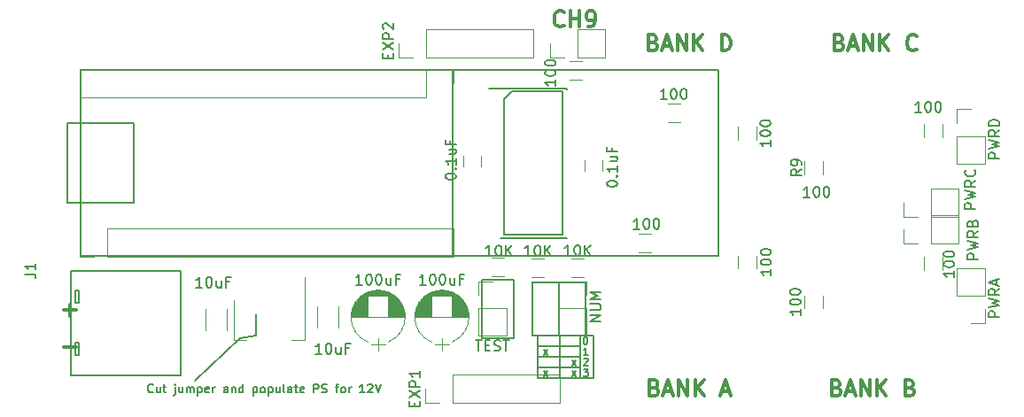
<source format=gto>
G04 #@! TF.FileFunction,Legend,Top*
%FSLAX46Y46*%
G04 Gerber Fmt 4.6, Leading zero omitted, Abs format (unit mm)*
G04 Created by KiCad (PCBNEW 4.0.6-e0-6349~53~ubuntu16.04.1) date Sat Apr 29 18:22:20 2017*
%MOMM*%
%LPD*%
G01*
G04 APERTURE LIST*
%ADD10C,0.100000*%
%ADD11C,0.200000*%
%ADD12C,0.300000*%
%ADD13C,0.175000*%
%ADD14C,0.120000*%
%ADD15C,0.150000*%
G04 APERTURE END LIST*
D10*
D11*
X69850000Y-117094000D02*
X65532000Y-121158000D01*
X71374000Y-116840000D02*
X69850000Y-117094000D01*
X71374000Y-114808000D02*
X71374000Y-116840000D01*
X61526473Y-122205714D02*
X61488378Y-122243810D01*
X61374092Y-122281905D01*
X61297902Y-122281905D01*
X61183616Y-122243810D01*
X61107425Y-122167619D01*
X61069330Y-122091429D01*
X61031235Y-121939048D01*
X61031235Y-121824762D01*
X61069330Y-121672381D01*
X61107425Y-121596190D01*
X61183616Y-121520000D01*
X61297902Y-121481905D01*
X61374092Y-121481905D01*
X61488378Y-121520000D01*
X61526473Y-121558095D01*
X62212187Y-121748571D02*
X62212187Y-122281905D01*
X61869330Y-121748571D02*
X61869330Y-122167619D01*
X61907425Y-122243810D01*
X61983616Y-122281905D01*
X62097902Y-122281905D01*
X62174092Y-122243810D01*
X62212187Y-122205714D01*
X62478854Y-121748571D02*
X62783616Y-121748571D01*
X62593140Y-121481905D02*
X62593140Y-122167619D01*
X62631235Y-122243810D01*
X62707426Y-122281905D01*
X62783616Y-122281905D01*
X63659807Y-121748571D02*
X63659807Y-122434286D01*
X63621712Y-122510476D01*
X63545521Y-122548571D01*
X63507426Y-122548571D01*
X63659807Y-121481905D02*
X63621712Y-121520000D01*
X63659807Y-121558095D01*
X63697902Y-121520000D01*
X63659807Y-121481905D01*
X63659807Y-121558095D01*
X64383616Y-121748571D02*
X64383616Y-122281905D01*
X64040759Y-121748571D02*
X64040759Y-122167619D01*
X64078854Y-122243810D01*
X64155045Y-122281905D01*
X64269331Y-122281905D01*
X64345521Y-122243810D01*
X64383616Y-122205714D01*
X64764569Y-122281905D02*
X64764569Y-121748571D01*
X64764569Y-121824762D02*
X64802664Y-121786667D01*
X64878855Y-121748571D01*
X64993141Y-121748571D01*
X65069331Y-121786667D01*
X65107426Y-121862857D01*
X65107426Y-122281905D01*
X65107426Y-121862857D02*
X65145522Y-121786667D01*
X65221712Y-121748571D01*
X65335998Y-121748571D01*
X65412188Y-121786667D01*
X65450283Y-121862857D01*
X65450283Y-122281905D01*
X65831236Y-121748571D02*
X65831236Y-122548571D01*
X65831236Y-121786667D02*
X65907427Y-121748571D01*
X66059808Y-121748571D01*
X66135998Y-121786667D01*
X66174093Y-121824762D01*
X66212189Y-121900952D01*
X66212189Y-122129524D01*
X66174093Y-122205714D01*
X66135998Y-122243810D01*
X66059808Y-122281905D01*
X65907427Y-122281905D01*
X65831236Y-122243810D01*
X66859808Y-122243810D02*
X66783618Y-122281905D01*
X66631237Y-122281905D01*
X66555046Y-122243810D01*
X66516951Y-122167619D01*
X66516951Y-121862857D01*
X66555046Y-121786667D01*
X66631237Y-121748571D01*
X66783618Y-121748571D01*
X66859808Y-121786667D01*
X66897903Y-121862857D01*
X66897903Y-121939048D01*
X66516951Y-122015238D01*
X67240760Y-122281905D02*
X67240760Y-121748571D01*
X67240760Y-121900952D02*
X67278855Y-121824762D01*
X67316951Y-121786667D01*
X67393141Y-121748571D01*
X67469332Y-121748571D01*
X68688379Y-122281905D02*
X68688379Y-121862857D01*
X68650284Y-121786667D01*
X68574094Y-121748571D01*
X68421713Y-121748571D01*
X68345522Y-121786667D01*
X68688379Y-122243810D02*
X68612189Y-122281905D01*
X68421713Y-122281905D01*
X68345522Y-122243810D01*
X68307427Y-122167619D01*
X68307427Y-122091429D01*
X68345522Y-122015238D01*
X68421713Y-121977143D01*
X68612189Y-121977143D01*
X68688379Y-121939048D01*
X69069332Y-121748571D02*
X69069332Y-122281905D01*
X69069332Y-121824762D02*
X69107427Y-121786667D01*
X69183618Y-121748571D01*
X69297904Y-121748571D01*
X69374094Y-121786667D01*
X69412189Y-121862857D01*
X69412189Y-122281905D01*
X70135999Y-122281905D02*
X70135999Y-121481905D01*
X70135999Y-122243810D02*
X70059809Y-122281905D01*
X69907428Y-122281905D01*
X69831237Y-122243810D01*
X69793142Y-122205714D01*
X69755047Y-122129524D01*
X69755047Y-121900952D01*
X69793142Y-121824762D01*
X69831237Y-121786667D01*
X69907428Y-121748571D01*
X70059809Y-121748571D01*
X70135999Y-121786667D01*
X71126476Y-121748571D02*
X71126476Y-122548571D01*
X71126476Y-121786667D02*
X71202667Y-121748571D01*
X71355048Y-121748571D01*
X71431238Y-121786667D01*
X71469333Y-121824762D01*
X71507429Y-121900952D01*
X71507429Y-122129524D01*
X71469333Y-122205714D01*
X71431238Y-122243810D01*
X71355048Y-122281905D01*
X71202667Y-122281905D01*
X71126476Y-122243810D01*
X71964572Y-122281905D02*
X71888381Y-122243810D01*
X71850286Y-122205714D01*
X71812191Y-122129524D01*
X71812191Y-121900952D01*
X71850286Y-121824762D01*
X71888381Y-121786667D01*
X71964572Y-121748571D01*
X72078858Y-121748571D01*
X72155048Y-121786667D01*
X72193143Y-121824762D01*
X72231239Y-121900952D01*
X72231239Y-122129524D01*
X72193143Y-122205714D01*
X72155048Y-122243810D01*
X72078858Y-122281905D01*
X71964572Y-122281905D01*
X72574096Y-121748571D02*
X72574096Y-122548571D01*
X72574096Y-121786667D02*
X72650287Y-121748571D01*
X72802668Y-121748571D01*
X72878858Y-121786667D01*
X72916953Y-121824762D01*
X72955049Y-121900952D01*
X72955049Y-122129524D01*
X72916953Y-122205714D01*
X72878858Y-122243810D01*
X72802668Y-122281905D01*
X72650287Y-122281905D01*
X72574096Y-122243810D01*
X73640763Y-121748571D02*
X73640763Y-122281905D01*
X73297906Y-121748571D02*
X73297906Y-122167619D01*
X73336001Y-122243810D01*
X73412192Y-122281905D01*
X73526478Y-122281905D01*
X73602668Y-122243810D01*
X73640763Y-122205714D01*
X74136002Y-122281905D02*
X74059811Y-122243810D01*
X74021716Y-122167619D01*
X74021716Y-121481905D01*
X74783621Y-122281905D02*
X74783621Y-121862857D01*
X74745526Y-121786667D01*
X74669336Y-121748571D01*
X74516955Y-121748571D01*
X74440764Y-121786667D01*
X74783621Y-122243810D02*
X74707431Y-122281905D01*
X74516955Y-122281905D01*
X74440764Y-122243810D01*
X74402669Y-122167619D01*
X74402669Y-122091429D01*
X74440764Y-122015238D01*
X74516955Y-121977143D01*
X74707431Y-121977143D01*
X74783621Y-121939048D01*
X75050288Y-121748571D02*
X75355050Y-121748571D01*
X75164574Y-121481905D02*
X75164574Y-122167619D01*
X75202669Y-122243810D01*
X75278860Y-122281905D01*
X75355050Y-122281905D01*
X75926479Y-122243810D02*
X75850289Y-122281905D01*
X75697908Y-122281905D01*
X75621717Y-122243810D01*
X75583622Y-122167619D01*
X75583622Y-121862857D01*
X75621717Y-121786667D01*
X75697908Y-121748571D01*
X75850289Y-121748571D01*
X75926479Y-121786667D01*
X75964574Y-121862857D01*
X75964574Y-121939048D01*
X75583622Y-122015238D01*
X76916955Y-122281905D02*
X76916955Y-121481905D01*
X77221717Y-121481905D01*
X77297908Y-121520000D01*
X77336003Y-121558095D01*
X77374098Y-121634286D01*
X77374098Y-121748571D01*
X77336003Y-121824762D01*
X77297908Y-121862857D01*
X77221717Y-121900952D01*
X76916955Y-121900952D01*
X77678860Y-122243810D02*
X77793146Y-122281905D01*
X77983622Y-122281905D01*
X78059812Y-122243810D01*
X78097908Y-122205714D01*
X78136003Y-122129524D01*
X78136003Y-122053333D01*
X78097908Y-121977143D01*
X78059812Y-121939048D01*
X77983622Y-121900952D01*
X77831241Y-121862857D01*
X77755050Y-121824762D01*
X77716955Y-121786667D01*
X77678860Y-121710476D01*
X77678860Y-121634286D01*
X77716955Y-121558095D01*
X77755050Y-121520000D01*
X77831241Y-121481905D01*
X78021717Y-121481905D01*
X78136003Y-121520000D01*
X78974098Y-121748571D02*
X79278860Y-121748571D01*
X79088384Y-122281905D02*
X79088384Y-121596190D01*
X79126479Y-121520000D01*
X79202670Y-121481905D01*
X79278860Y-121481905D01*
X79659813Y-122281905D02*
X79583622Y-122243810D01*
X79545527Y-122205714D01*
X79507432Y-122129524D01*
X79507432Y-121900952D01*
X79545527Y-121824762D01*
X79583622Y-121786667D01*
X79659813Y-121748571D01*
X79774099Y-121748571D01*
X79850289Y-121786667D01*
X79888384Y-121824762D01*
X79926480Y-121900952D01*
X79926480Y-122129524D01*
X79888384Y-122205714D01*
X79850289Y-122243810D01*
X79774099Y-122281905D01*
X79659813Y-122281905D01*
X80269337Y-122281905D02*
X80269337Y-121748571D01*
X80269337Y-121900952D02*
X80307432Y-121824762D01*
X80345528Y-121786667D01*
X80421718Y-121748571D01*
X80497909Y-121748571D01*
X81793147Y-122281905D02*
X81336004Y-122281905D01*
X81564575Y-122281905D02*
X81564575Y-121481905D01*
X81488385Y-121596190D01*
X81412194Y-121672381D01*
X81336004Y-121710476D01*
X82097909Y-121558095D02*
X82136004Y-121520000D01*
X82212195Y-121481905D01*
X82402671Y-121481905D01*
X82478861Y-121520000D01*
X82516957Y-121558095D01*
X82555052Y-121634286D01*
X82555052Y-121710476D01*
X82516957Y-121824762D01*
X82059814Y-122281905D01*
X82555052Y-122281905D01*
X82783623Y-121481905D02*
X83050290Y-122281905D01*
X83316957Y-121481905D01*
D12*
X53022572Y-117963143D02*
X54165429Y-117963143D01*
X53022572Y-114407143D02*
X54165429Y-114407143D01*
X53594000Y-114978571D02*
X53594000Y-113835714D01*
D11*
X100457000Y-116840000D02*
X100457000Y-120904000D01*
X98298000Y-119888000D02*
X102362000Y-119888000D01*
X98298000Y-118872000D02*
X102362000Y-118872000D01*
X98298000Y-117856000D02*
X102362000Y-117856000D01*
X102362000Y-116840000D02*
X102362000Y-120904000D01*
X103632000Y-116840000D02*
X102870000Y-116840000D01*
X103632000Y-120904000D02*
X103632000Y-116840000D01*
X98298000Y-120904000D02*
X103632000Y-120904000D01*
X98298000Y-116840000D02*
X98298000Y-120904000D01*
D13*
X98906000Y-120712667D02*
X99272667Y-120246000D01*
X98906000Y-120246000D02*
X99272667Y-120712667D01*
X101605999Y-120712667D02*
X101972666Y-120246000D01*
X101605999Y-120246000D02*
X101972666Y-120712667D01*
X102705999Y-120012667D02*
X103139332Y-120012667D01*
X102905999Y-120279333D01*
X103005999Y-120279333D01*
X103072666Y-120312667D01*
X103105999Y-120346000D01*
X103139332Y-120412667D01*
X103139332Y-120579333D01*
X103105999Y-120646000D01*
X103072666Y-120679333D01*
X103005999Y-120712667D01*
X102805999Y-120712667D01*
X102739332Y-120679333D01*
X102705999Y-120646000D01*
X101572665Y-119696667D02*
X101939332Y-119230000D01*
X101572665Y-119230000D02*
X101939332Y-119696667D01*
X102705998Y-119063333D02*
X102739332Y-119030000D01*
X102805998Y-118996667D01*
X102972665Y-118996667D01*
X103039332Y-119030000D01*
X103072665Y-119063333D01*
X103105998Y-119130000D01*
X103105998Y-119196667D01*
X103072665Y-119296667D01*
X102672665Y-119696667D01*
X103105998Y-119696667D01*
X98906000Y-118680667D02*
X99272667Y-118214000D01*
X98906000Y-118214000D02*
X99272667Y-118680667D01*
X103105998Y-118680667D02*
X102705998Y-118680667D01*
X102905998Y-118680667D02*
X102905998Y-117980667D01*
X102839332Y-118080667D01*
X102772665Y-118147333D01*
X102705998Y-118180667D01*
X102839331Y-116964667D02*
X102905998Y-116964667D01*
X102972664Y-116998000D01*
X103005998Y-117031333D01*
X103039331Y-117098000D01*
X103072664Y-117231333D01*
X103072664Y-117398000D01*
X103039331Y-117531333D01*
X103005998Y-117598000D01*
X102972664Y-117631333D01*
X102905998Y-117664667D01*
X102839331Y-117664667D01*
X102772664Y-117631333D01*
X102739331Y-117598000D01*
X102705998Y-117531333D01*
X102672664Y-117398000D01*
X102672664Y-117231333D01*
X102705998Y-117098000D01*
X102739331Y-117031333D01*
X102772664Y-116998000D01*
X102839331Y-116964667D01*
D11*
X102870000Y-116840000D02*
X100330000Y-116840000D01*
X102870000Y-111760000D02*
X102870000Y-116840000D01*
X100330000Y-111760000D02*
X102870000Y-111760000D01*
X100330000Y-111760000D02*
X100330000Y-114046000D01*
X97790000Y-111760000D02*
X100330000Y-111760000D01*
X97790000Y-116840000D02*
X97790000Y-111760000D01*
X100330000Y-116840000D02*
X97790000Y-116840000D01*
X100330000Y-114046000D02*
X100330000Y-116840000D01*
X92964000Y-117094000D02*
X92964000Y-111506000D01*
X96012000Y-117094000D02*
X92964000Y-117094000D01*
X96012000Y-111506000D02*
X96012000Y-117094000D01*
X92964000Y-111506000D02*
X96012000Y-111506000D01*
D12*
X109490286Y-121812857D02*
X109704572Y-121884286D01*
X109776000Y-121955714D01*
X109847429Y-122098571D01*
X109847429Y-122312857D01*
X109776000Y-122455714D01*
X109704572Y-122527143D01*
X109561714Y-122598571D01*
X108990286Y-122598571D01*
X108990286Y-121098571D01*
X109490286Y-121098571D01*
X109633143Y-121170000D01*
X109704572Y-121241429D01*
X109776000Y-121384286D01*
X109776000Y-121527143D01*
X109704572Y-121670000D01*
X109633143Y-121741429D01*
X109490286Y-121812857D01*
X108990286Y-121812857D01*
X110418857Y-122170000D02*
X111133143Y-122170000D01*
X110276000Y-122598571D02*
X110776000Y-121098571D01*
X111276000Y-122598571D01*
X111776000Y-122598571D02*
X111776000Y-121098571D01*
X112633143Y-122598571D01*
X112633143Y-121098571D01*
X113347429Y-122598571D02*
X113347429Y-121098571D01*
X114204572Y-122598571D02*
X113561715Y-121741429D01*
X114204572Y-121098571D02*
X113347429Y-121955714D01*
X115918857Y-122170000D02*
X116633143Y-122170000D01*
X115776000Y-122598571D02*
X116276000Y-121098571D01*
X116776000Y-122598571D01*
X126909143Y-121812857D02*
X127123429Y-121884286D01*
X127194857Y-121955714D01*
X127266286Y-122098571D01*
X127266286Y-122312857D01*
X127194857Y-122455714D01*
X127123429Y-122527143D01*
X126980571Y-122598571D01*
X126409143Y-122598571D01*
X126409143Y-121098571D01*
X126909143Y-121098571D01*
X127052000Y-121170000D01*
X127123429Y-121241429D01*
X127194857Y-121384286D01*
X127194857Y-121527143D01*
X127123429Y-121670000D01*
X127052000Y-121741429D01*
X126909143Y-121812857D01*
X126409143Y-121812857D01*
X127837714Y-122170000D02*
X128552000Y-122170000D01*
X127694857Y-122598571D02*
X128194857Y-121098571D01*
X128694857Y-122598571D01*
X129194857Y-122598571D02*
X129194857Y-121098571D01*
X130052000Y-122598571D01*
X130052000Y-121098571D01*
X130766286Y-122598571D02*
X130766286Y-121098571D01*
X131623429Y-122598571D02*
X130980572Y-121741429D01*
X131623429Y-121098571D02*
X130766286Y-121955714D01*
X133909143Y-121812857D02*
X134123429Y-121884286D01*
X134194857Y-121955714D01*
X134266286Y-122098571D01*
X134266286Y-122312857D01*
X134194857Y-122455714D01*
X134123429Y-122527143D01*
X133980571Y-122598571D01*
X133409143Y-122598571D01*
X133409143Y-121098571D01*
X133909143Y-121098571D01*
X134052000Y-121170000D01*
X134123429Y-121241429D01*
X134194857Y-121384286D01*
X134194857Y-121527143D01*
X134123429Y-121670000D01*
X134052000Y-121741429D01*
X133909143Y-121812857D01*
X133409143Y-121812857D01*
X127163143Y-88792857D02*
X127377429Y-88864286D01*
X127448857Y-88935714D01*
X127520286Y-89078571D01*
X127520286Y-89292857D01*
X127448857Y-89435714D01*
X127377429Y-89507143D01*
X127234571Y-89578571D01*
X126663143Y-89578571D01*
X126663143Y-88078571D01*
X127163143Y-88078571D01*
X127306000Y-88150000D01*
X127377429Y-88221429D01*
X127448857Y-88364286D01*
X127448857Y-88507143D01*
X127377429Y-88650000D01*
X127306000Y-88721429D01*
X127163143Y-88792857D01*
X126663143Y-88792857D01*
X128091714Y-89150000D02*
X128806000Y-89150000D01*
X127948857Y-89578571D02*
X128448857Y-88078571D01*
X128948857Y-89578571D01*
X129448857Y-89578571D02*
X129448857Y-88078571D01*
X130306000Y-89578571D01*
X130306000Y-88078571D01*
X131020286Y-89578571D02*
X131020286Y-88078571D01*
X131877429Y-89578571D02*
X131234572Y-88721429D01*
X131877429Y-88078571D02*
X131020286Y-88935714D01*
X134520286Y-89435714D02*
X134448857Y-89507143D01*
X134234571Y-89578571D01*
X134091714Y-89578571D01*
X133877429Y-89507143D01*
X133734571Y-89364286D01*
X133663143Y-89221429D01*
X133591714Y-88935714D01*
X133591714Y-88721429D01*
X133663143Y-88435714D01*
X133734571Y-88292857D01*
X133877429Y-88150000D01*
X134091714Y-88078571D01*
X134234571Y-88078571D01*
X134448857Y-88150000D01*
X134520286Y-88221429D01*
X109383143Y-88792857D02*
X109597429Y-88864286D01*
X109668857Y-88935714D01*
X109740286Y-89078571D01*
X109740286Y-89292857D01*
X109668857Y-89435714D01*
X109597429Y-89507143D01*
X109454571Y-89578571D01*
X108883143Y-89578571D01*
X108883143Y-88078571D01*
X109383143Y-88078571D01*
X109526000Y-88150000D01*
X109597429Y-88221429D01*
X109668857Y-88364286D01*
X109668857Y-88507143D01*
X109597429Y-88650000D01*
X109526000Y-88721429D01*
X109383143Y-88792857D01*
X108883143Y-88792857D01*
X110311714Y-89150000D02*
X111026000Y-89150000D01*
X110168857Y-89578571D02*
X110668857Y-88078571D01*
X111168857Y-89578571D01*
X111668857Y-89578571D02*
X111668857Y-88078571D01*
X112526000Y-89578571D01*
X112526000Y-88078571D01*
X113240286Y-89578571D02*
X113240286Y-88078571D01*
X114097429Y-89578571D02*
X113454572Y-88721429D01*
X114097429Y-88078571D02*
X113240286Y-88935714D01*
X115883143Y-89578571D02*
X115883143Y-88078571D01*
X116240286Y-88078571D01*
X116454571Y-88150000D01*
X116597429Y-88292857D01*
X116668857Y-88435714D01*
X116740286Y-88721429D01*
X116740286Y-88935714D01*
X116668857Y-89221429D01*
X116597429Y-89364286D01*
X116454571Y-89507143D01*
X116240286Y-89578571D01*
X115883143Y-89578571D01*
X100818286Y-87149714D02*
X100746857Y-87221143D01*
X100532571Y-87292571D01*
X100389714Y-87292571D01*
X100175429Y-87221143D01*
X100032571Y-87078286D01*
X99961143Y-86935429D01*
X99889714Y-86649714D01*
X99889714Y-86435429D01*
X99961143Y-86149714D01*
X100032571Y-86006857D01*
X100175429Y-85864000D01*
X100389714Y-85792571D01*
X100532571Y-85792571D01*
X100746857Y-85864000D01*
X100818286Y-85935429D01*
X101461143Y-87292571D02*
X101461143Y-85792571D01*
X101461143Y-86506857D02*
X102318286Y-86506857D01*
X102318286Y-87292571D02*
X102318286Y-85792571D01*
X103104000Y-87292571D02*
X103389715Y-87292571D01*
X103532572Y-87221143D01*
X103604000Y-87149714D01*
X103746858Y-86935429D01*
X103818286Y-86649714D01*
X103818286Y-86078286D01*
X103746858Y-85935429D01*
X103675429Y-85864000D01*
X103532572Y-85792571D01*
X103246858Y-85792571D01*
X103104000Y-85864000D01*
X103032572Y-85935429D01*
X102961143Y-86078286D01*
X102961143Y-86435429D01*
X103032572Y-86578286D01*
X103104000Y-86649714D01*
X103246858Y-86721143D01*
X103532572Y-86721143D01*
X103675429Y-86649714D01*
X103746858Y-86578286D01*
X103818286Y-86435429D01*
D11*
X100711000Y-107213400D02*
X100711000Y-93497400D01*
X95123000Y-107213400D02*
X100711000Y-107213400D01*
X95123000Y-94259400D02*
X95123000Y-107213400D01*
X95885000Y-93497400D02*
X95123000Y-94259400D01*
X100711000Y-93497400D02*
X95885000Y-93497400D01*
X115570000Y-109220000D02*
X90170000Y-109220000D01*
X115570000Y-91440000D02*
X115570000Y-109220000D01*
X90170000Y-91440000D02*
X115570000Y-91440000D01*
X90170000Y-91440000D02*
X54610000Y-91440000D01*
X90170000Y-109220000D02*
X90170000Y-91440000D01*
X54610000Y-109220000D02*
X90170000Y-109220000D01*
X54610000Y-91440000D02*
X54610000Y-109220000D01*
X53340000Y-104140000D02*
X53340000Y-96520000D01*
X59690000Y-104140000D02*
X53340000Y-104140000D01*
X59690000Y-96520000D02*
X59690000Y-104140000D01*
X53340000Y-96520000D02*
X59690000Y-96520000D01*
D14*
X88172600Y-112649137D02*
G75*
G03X88174000Y-117443436I981400J-2396863D01*
G01*
X90135400Y-112649137D02*
G75*
G02X90134000Y-117443436I-981400J-2396863D01*
G01*
X90135400Y-112649137D02*
G75*
G03X88174000Y-112648564I-981400J-2396863D01*
G01*
X86604000Y-115046000D02*
X91704000Y-115046000D01*
X86604000Y-115006000D02*
X88174000Y-115006000D01*
X90134000Y-115006000D02*
X91704000Y-115006000D01*
X86605000Y-114966000D02*
X88174000Y-114966000D01*
X90134000Y-114966000D02*
X91703000Y-114966000D01*
X86606000Y-114926000D02*
X88174000Y-114926000D01*
X90134000Y-114926000D02*
X91702000Y-114926000D01*
X86608000Y-114886000D02*
X88174000Y-114886000D01*
X90134000Y-114886000D02*
X91700000Y-114886000D01*
X86611000Y-114846000D02*
X88174000Y-114846000D01*
X90134000Y-114846000D02*
X91697000Y-114846000D01*
X86615000Y-114806000D02*
X88174000Y-114806000D01*
X90134000Y-114806000D02*
X91693000Y-114806000D01*
X86619000Y-114766000D02*
X88174000Y-114766000D01*
X90134000Y-114766000D02*
X91689000Y-114766000D01*
X86623000Y-114726000D02*
X88174000Y-114726000D01*
X90134000Y-114726000D02*
X91685000Y-114726000D01*
X86629000Y-114686000D02*
X88174000Y-114686000D01*
X90134000Y-114686000D02*
X91679000Y-114686000D01*
X86635000Y-114646000D02*
X88174000Y-114646000D01*
X90134000Y-114646000D02*
X91673000Y-114646000D01*
X86641000Y-114606000D02*
X88174000Y-114606000D01*
X90134000Y-114606000D02*
X91667000Y-114606000D01*
X86648000Y-114566000D02*
X88174000Y-114566000D01*
X90134000Y-114566000D02*
X91660000Y-114566000D01*
X86656000Y-114526000D02*
X88174000Y-114526000D01*
X90134000Y-114526000D02*
X91652000Y-114526000D01*
X86665000Y-114486000D02*
X88174000Y-114486000D01*
X90134000Y-114486000D02*
X91643000Y-114486000D01*
X86674000Y-114446000D02*
X88174000Y-114446000D01*
X90134000Y-114446000D02*
X91634000Y-114446000D01*
X86684000Y-114406000D02*
X88174000Y-114406000D01*
X90134000Y-114406000D02*
X91624000Y-114406000D01*
X86694000Y-114366000D02*
X88174000Y-114366000D01*
X90134000Y-114366000D02*
X91614000Y-114366000D01*
X86706000Y-114325000D02*
X88174000Y-114325000D01*
X90134000Y-114325000D02*
X91602000Y-114325000D01*
X86718000Y-114285000D02*
X88174000Y-114285000D01*
X90134000Y-114285000D02*
X91590000Y-114285000D01*
X86730000Y-114245000D02*
X88174000Y-114245000D01*
X90134000Y-114245000D02*
X91578000Y-114245000D01*
X86744000Y-114205000D02*
X88174000Y-114205000D01*
X90134000Y-114205000D02*
X91564000Y-114205000D01*
X86758000Y-114165000D02*
X88174000Y-114165000D01*
X90134000Y-114165000D02*
X91550000Y-114165000D01*
X86772000Y-114125000D02*
X88174000Y-114125000D01*
X90134000Y-114125000D02*
X91536000Y-114125000D01*
X86788000Y-114085000D02*
X88174000Y-114085000D01*
X90134000Y-114085000D02*
X91520000Y-114085000D01*
X86804000Y-114045000D02*
X88174000Y-114045000D01*
X90134000Y-114045000D02*
X91504000Y-114045000D01*
X86821000Y-114005000D02*
X88174000Y-114005000D01*
X90134000Y-114005000D02*
X91487000Y-114005000D01*
X86839000Y-113965000D02*
X88174000Y-113965000D01*
X90134000Y-113965000D02*
X91469000Y-113965000D01*
X86858000Y-113925000D02*
X88174000Y-113925000D01*
X90134000Y-113925000D02*
X91450000Y-113925000D01*
X86878000Y-113885000D02*
X88174000Y-113885000D01*
X90134000Y-113885000D02*
X91430000Y-113885000D01*
X86898000Y-113845000D02*
X88174000Y-113845000D01*
X90134000Y-113845000D02*
X91410000Y-113845000D01*
X86920000Y-113805000D02*
X88174000Y-113805000D01*
X90134000Y-113805000D02*
X91388000Y-113805000D01*
X86942000Y-113765000D02*
X88174000Y-113765000D01*
X90134000Y-113765000D02*
X91366000Y-113765000D01*
X86965000Y-113725000D02*
X88174000Y-113725000D01*
X90134000Y-113725000D02*
X91343000Y-113725000D01*
X86989000Y-113685000D02*
X88174000Y-113685000D01*
X90134000Y-113685000D02*
X91319000Y-113685000D01*
X87014000Y-113645000D02*
X88174000Y-113645000D01*
X90134000Y-113645000D02*
X91294000Y-113645000D01*
X87041000Y-113605000D02*
X88174000Y-113605000D01*
X90134000Y-113605000D02*
X91267000Y-113605000D01*
X87068000Y-113565000D02*
X88174000Y-113565000D01*
X90134000Y-113565000D02*
X91240000Y-113565000D01*
X87096000Y-113525000D02*
X88174000Y-113525000D01*
X90134000Y-113525000D02*
X91212000Y-113525000D01*
X87126000Y-113485000D02*
X88174000Y-113485000D01*
X90134000Y-113485000D02*
X91182000Y-113485000D01*
X87157000Y-113445000D02*
X88174000Y-113445000D01*
X90134000Y-113445000D02*
X91151000Y-113445000D01*
X87189000Y-113405000D02*
X88174000Y-113405000D01*
X90134000Y-113405000D02*
X91119000Y-113405000D01*
X87222000Y-113365000D02*
X88174000Y-113365000D01*
X90134000Y-113365000D02*
X91086000Y-113365000D01*
X87257000Y-113325000D02*
X88174000Y-113325000D01*
X90134000Y-113325000D02*
X91051000Y-113325000D01*
X87293000Y-113285000D02*
X88174000Y-113285000D01*
X90134000Y-113285000D02*
X91015000Y-113285000D01*
X87331000Y-113245000D02*
X88174000Y-113245000D01*
X90134000Y-113245000D02*
X90977000Y-113245000D01*
X87371000Y-113205000D02*
X88174000Y-113205000D01*
X90134000Y-113205000D02*
X90937000Y-113205000D01*
X87412000Y-113165000D02*
X88174000Y-113165000D01*
X90134000Y-113165000D02*
X90896000Y-113165000D01*
X87455000Y-113125000D02*
X88174000Y-113125000D01*
X90134000Y-113125000D02*
X90853000Y-113125000D01*
X87500000Y-113085000D02*
X88174000Y-113085000D01*
X90134000Y-113085000D02*
X90808000Y-113085000D01*
X87548000Y-113045000D02*
X90760000Y-113045000D01*
X87598000Y-113005000D02*
X90710000Y-113005000D01*
X87650000Y-112965000D02*
X90658000Y-112965000D01*
X87706000Y-112925000D02*
X90602000Y-112925000D01*
X87764000Y-112885000D02*
X90544000Y-112885000D01*
X87827000Y-112845000D02*
X90481000Y-112845000D01*
X87893000Y-112805000D02*
X90415000Y-112805000D01*
X87965000Y-112765000D02*
X90343000Y-112765000D01*
X88042000Y-112725000D02*
X90266000Y-112725000D01*
X88126000Y-112685000D02*
X90182000Y-112685000D01*
X88220000Y-112645000D02*
X90088000Y-112645000D01*
X88325000Y-112605000D02*
X89983000Y-112605000D01*
X88447000Y-112565000D02*
X89861000Y-112565000D01*
X88595000Y-112525000D02*
X89713000Y-112525000D01*
X88800000Y-112485000D02*
X89508000Y-112485000D01*
X89154000Y-118246000D02*
X89154000Y-117046000D01*
X88504000Y-117646000D02*
X89804000Y-117646000D01*
X90170000Y-123250000D02*
X100390000Y-123250000D01*
X100390000Y-123250000D02*
X100390000Y-120590000D01*
X100390000Y-120590000D02*
X90170000Y-120590000D01*
X90170000Y-120590000D02*
X90170000Y-123250000D01*
X88900000Y-123250000D02*
X87570000Y-123250000D01*
X87570000Y-123250000D02*
X87570000Y-121920000D01*
X57150000Y-109280000D02*
X90230000Y-109280000D01*
X90230000Y-109280000D02*
X90230000Y-106620000D01*
X90230000Y-106620000D02*
X57150000Y-106620000D01*
X57150000Y-106620000D02*
X57150000Y-109280000D01*
X55880000Y-109280000D02*
X54550000Y-109280000D01*
X54550000Y-109280000D02*
X54550000Y-107950000D01*
X87630000Y-90230000D02*
X97850000Y-90230000D01*
X97850000Y-90230000D02*
X97850000Y-87570000D01*
X97850000Y-87570000D02*
X87630000Y-87570000D01*
X87630000Y-87570000D02*
X87630000Y-90230000D01*
X86360000Y-90230000D02*
X85030000Y-90230000D01*
X85030000Y-90230000D02*
X85030000Y-88900000D01*
X68584000Y-116316000D02*
X68584000Y-114316000D01*
X66544000Y-114316000D02*
X66544000Y-116316000D01*
X77212000Y-114062000D02*
X77212000Y-116062000D01*
X79252000Y-116062000D02*
X79252000Y-114062000D01*
X82076600Y-112649137D02*
G75*
G03X82078000Y-117443436I981400J-2396863D01*
G01*
X84039400Y-112649137D02*
G75*
G02X84038000Y-117443436I-981400J-2396863D01*
G01*
X84039400Y-112649137D02*
G75*
G03X82078000Y-112648564I-981400J-2396863D01*
G01*
X80508000Y-115046000D02*
X85608000Y-115046000D01*
X80508000Y-115006000D02*
X82078000Y-115006000D01*
X84038000Y-115006000D02*
X85608000Y-115006000D01*
X80509000Y-114966000D02*
X82078000Y-114966000D01*
X84038000Y-114966000D02*
X85607000Y-114966000D01*
X80510000Y-114926000D02*
X82078000Y-114926000D01*
X84038000Y-114926000D02*
X85606000Y-114926000D01*
X80512000Y-114886000D02*
X82078000Y-114886000D01*
X84038000Y-114886000D02*
X85604000Y-114886000D01*
X80515000Y-114846000D02*
X82078000Y-114846000D01*
X84038000Y-114846000D02*
X85601000Y-114846000D01*
X80519000Y-114806000D02*
X82078000Y-114806000D01*
X84038000Y-114806000D02*
X85597000Y-114806000D01*
X80523000Y-114766000D02*
X82078000Y-114766000D01*
X84038000Y-114766000D02*
X85593000Y-114766000D01*
X80527000Y-114726000D02*
X82078000Y-114726000D01*
X84038000Y-114726000D02*
X85589000Y-114726000D01*
X80533000Y-114686000D02*
X82078000Y-114686000D01*
X84038000Y-114686000D02*
X85583000Y-114686000D01*
X80539000Y-114646000D02*
X82078000Y-114646000D01*
X84038000Y-114646000D02*
X85577000Y-114646000D01*
X80545000Y-114606000D02*
X82078000Y-114606000D01*
X84038000Y-114606000D02*
X85571000Y-114606000D01*
X80552000Y-114566000D02*
X82078000Y-114566000D01*
X84038000Y-114566000D02*
X85564000Y-114566000D01*
X80560000Y-114526000D02*
X82078000Y-114526000D01*
X84038000Y-114526000D02*
X85556000Y-114526000D01*
X80569000Y-114486000D02*
X82078000Y-114486000D01*
X84038000Y-114486000D02*
X85547000Y-114486000D01*
X80578000Y-114446000D02*
X82078000Y-114446000D01*
X84038000Y-114446000D02*
X85538000Y-114446000D01*
X80588000Y-114406000D02*
X82078000Y-114406000D01*
X84038000Y-114406000D02*
X85528000Y-114406000D01*
X80598000Y-114366000D02*
X82078000Y-114366000D01*
X84038000Y-114366000D02*
X85518000Y-114366000D01*
X80610000Y-114325000D02*
X82078000Y-114325000D01*
X84038000Y-114325000D02*
X85506000Y-114325000D01*
X80622000Y-114285000D02*
X82078000Y-114285000D01*
X84038000Y-114285000D02*
X85494000Y-114285000D01*
X80634000Y-114245000D02*
X82078000Y-114245000D01*
X84038000Y-114245000D02*
X85482000Y-114245000D01*
X80648000Y-114205000D02*
X82078000Y-114205000D01*
X84038000Y-114205000D02*
X85468000Y-114205000D01*
X80662000Y-114165000D02*
X82078000Y-114165000D01*
X84038000Y-114165000D02*
X85454000Y-114165000D01*
X80676000Y-114125000D02*
X82078000Y-114125000D01*
X84038000Y-114125000D02*
X85440000Y-114125000D01*
X80692000Y-114085000D02*
X82078000Y-114085000D01*
X84038000Y-114085000D02*
X85424000Y-114085000D01*
X80708000Y-114045000D02*
X82078000Y-114045000D01*
X84038000Y-114045000D02*
X85408000Y-114045000D01*
X80725000Y-114005000D02*
X82078000Y-114005000D01*
X84038000Y-114005000D02*
X85391000Y-114005000D01*
X80743000Y-113965000D02*
X82078000Y-113965000D01*
X84038000Y-113965000D02*
X85373000Y-113965000D01*
X80762000Y-113925000D02*
X82078000Y-113925000D01*
X84038000Y-113925000D02*
X85354000Y-113925000D01*
X80782000Y-113885000D02*
X82078000Y-113885000D01*
X84038000Y-113885000D02*
X85334000Y-113885000D01*
X80802000Y-113845000D02*
X82078000Y-113845000D01*
X84038000Y-113845000D02*
X85314000Y-113845000D01*
X80824000Y-113805000D02*
X82078000Y-113805000D01*
X84038000Y-113805000D02*
X85292000Y-113805000D01*
X80846000Y-113765000D02*
X82078000Y-113765000D01*
X84038000Y-113765000D02*
X85270000Y-113765000D01*
X80869000Y-113725000D02*
X82078000Y-113725000D01*
X84038000Y-113725000D02*
X85247000Y-113725000D01*
X80893000Y-113685000D02*
X82078000Y-113685000D01*
X84038000Y-113685000D02*
X85223000Y-113685000D01*
X80918000Y-113645000D02*
X82078000Y-113645000D01*
X84038000Y-113645000D02*
X85198000Y-113645000D01*
X80945000Y-113605000D02*
X82078000Y-113605000D01*
X84038000Y-113605000D02*
X85171000Y-113605000D01*
X80972000Y-113565000D02*
X82078000Y-113565000D01*
X84038000Y-113565000D02*
X85144000Y-113565000D01*
X81000000Y-113525000D02*
X82078000Y-113525000D01*
X84038000Y-113525000D02*
X85116000Y-113525000D01*
X81030000Y-113485000D02*
X82078000Y-113485000D01*
X84038000Y-113485000D02*
X85086000Y-113485000D01*
X81061000Y-113445000D02*
X82078000Y-113445000D01*
X84038000Y-113445000D02*
X85055000Y-113445000D01*
X81093000Y-113405000D02*
X82078000Y-113405000D01*
X84038000Y-113405000D02*
X85023000Y-113405000D01*
X81126000Y-113365000D02*
X82078000Y-113365000D01*
X84038000Y-113365000D02*
X84990000Y-113365000D01*
X81161000Y-113325000D02*
X82078000Y-113325000D01*
X84038000Y-113325000D02*
X84955000Y-113325000D01*
X81197000Y-113285000D02*
X82078000Y-113285000D01*
X84038000Y-113285000D02*
X84919000Y-113285000D01*
X81235000Y-113245000D02*
X82078000Y-113245000D01*
X84038000Y-113245000D02*
X84881000Y-113245000D01*
X81275000Y-113205000D02*
X82078000Y-113205000D01*
X84038000Y-113205000D02*
X84841000Y-113205000D01*
X81316000Y-113165000D02*
X82078000Y-113165000D01*
X84038000Y-113165000D02*
X84800000Y-113165000D01*
X81359000Y-113125000D02*
X82078000Y-113125000D01*
X84038000Y-113125000D02*
X84757000Y-113125000D01*
X81404000Y-113085000D02*
X82078000Y-113085000D01*
X84038000Y-113085000D02*
X84712000Y-113085000D01*
X81452000Y-113045000D02*
X84664000Y-113045000D01*
X81502000Y-113005000D02*
X84614000Y-113005000D01*
X81554000Y-112965000D02*
X84562000Y-112965000D01*
X81610000Y-112925000D02*
X84506000Y-112925000D01*
X81668000Y-112885000D02*
X84448000Y-112885000D01*
X81731000Y-112845000D02*
X84385000Y-112845000D01*
X81797000Y-112805000D02*
X84319000Y-112805000D01*
X81869000Y-112765000D02*
X84247000Y-112765000D01*
X81946000Y-112725000D02*
X84170000Y-112725000D01*
X82030000Y-112685000D02*
X84086000Y-112685000D01*
X82124000Y-112645000D02*
X83992000Y-112645000D01*
X82229000Y-112605000D02*
X83887000Y-112605000D01*
X82351000Y-112565000D02*
X83765000Y-112565000D01*
X82499000Y-112525000D02*
X83617000Y-112525000D01*
X82704000Y-112485000D02*
X83412000Y-112485000D01*
X83058000Y-118246000D02*
X83058000Y-117046000D01*
X82408000Y-117646000D02*
X83708000Y-117646000D01*
X91199600Y-99661600D02*
X91199600Y-100661600D01*
X92899600Y-100661600D02*
X92899600Y-99661600D01*
X104507400Y-101100000D02*
X104507400Y-100100000D01*
X102807400Y-100100000D02*
X102807400Y-101100000D01*
X92650000Y-114223800D02*
X92650000Y-116823800D01*
X92650000Y-116823800D02*
X95310000Y-116823800D01*
X95310000Y-116823800D02*
X95310000Y-114223800D01*
X95310000Y-114223800D02*
X92650000Y-114223800D01*
X92650000Y-112953800D02*
X92650000Y-111623800D01*
X92650000Y-111623800D02*
X93980000Y-111623800D01*
X100330000Y-111623800D02*
X97730000Y-111623800D01*
X97730000Y-111623800D02*
X97730000Y-116823800D01*
X97730000Y-116823800D02*
X102930000Y-116823800D01*
X102930000Y-116823800D02*
X102930000Y-114223800D01*
X102930000Y-114223800D02*
X100330000Y-114223800D01*
X100330000Y-114223800D02*
X100330000Y-111623800D01*
X101600000Y-111623800D02*
X102930000Y-111623800D01*
X102930000Y-111623800D02*
X102930000Y-112953800D01*
X87630000Y-91380000D02*
X54550000Y-91380000D01*
X54550000Y-91380000D02*
X54550000Y-94040000D01*
X54550000Y-94040000D02*
X87630000Y-94040000D01*
X87630000Y-94040000D02*
X87630000Y-91380000D01*
X88900000Y-91380000D02*
X90230000Y-91380000D01*
X90230000Y-91380000D02*
X90230000Y-92710000D01*
X141030000Y-113030000D02*
X141030000Y-110430000D01*
X141030000Y-110430000D02*
X138370000Y-110430000D01*
X138370000Y-110430000D02*
X138370000Y-113030000D01*
X138370000Y-113030000D02*
X141030000Y-113030000D01*
X141030000Y-114300000D02*
X141030000Y-115630000D01*
X141030000Y-115630000D02*
X139700000Y-115630000D01*
X135890000Y-108010000D02*
X138490000Y-108010000D01*
X138490000Y-108010000D02*
X138490000Y-105350000D01*
X138490000Y-105350000D02*
X135890000Y-105350000D01*
X135890000Y-105350000D02*
X135890000Y-108010000D01*
X134620000Y-108010000D02*
X133290000Y-108010000D01*
X133290000Y-108010000D02*
X133290000Y-106680000D01*
X102108000Y-90230000D02*
X104708000Y-90230000D01*
X104708000Y-90230000D02*
X104708000Y-87570000D01*
X104708000Y-87570000D02*
X102108000Y-87570000D01*
X102108000Y-87570000D02*
X102108000Y-90230000D01*
X100838000Y-90230000D02*
X99508000Y-90230000D01*
X99508000Y-90230000D02*
X99508000Y-88900000D01*
X135890000Y-105470000D02*
X138490000Y-105470000D01*
X138490000Y-105470000D02*
X138490000Y-102810000D01*
X138490000Y-102810000D02*
X135890000Y-102810000D01*
X135890000Y-102810000D02*
X135890000Y-105470000D01*
X134620000Y-105470000D02*
X133290000Y-105470000D01*
X133290000Y-105470000D02*
X133290000Y-104140000D01*
X138370000Y-97790000D02*
X138370000Y-100390000D01*
X138370000Y-100390000D02*
X141030000Y-100390000D01*
X141030000Y-100390000D02*
X141030000Y-97790000D01*
X141030000Y-97790000D02*
X138370000Y-97790000D01*
X138370000Y-96520000D02*
X138370000Y-95190000D01*
X138370000Y-95190000D02*
X139700000Y-95190000D01*
X95128600Y-111166800D02*
X93928600Y-111166800D01*
X93928600Y-109406800D02*
X95128600Y-109406800D01*
X101518200Y-109483000D02*
X102718200Y-109483000D01*
X102718200Y-111243000D02*
X101518200Y-111243000D01*
X98908200Y-111243000D02*
X97708200Y-111243000D01*
X97708200Y-109483000D02*
X98908200Y-109483000D01*
X117484000Y-110394000D02*
X117484000Y-109194000D01*
X119244000Y-109194000D02*
X119244000Y-110394000D01*
X109124000Y-108830000D02*
X107924000Y-108830000D01*
X107924000Y-107070000D02*
X109124000Y-107070000D01*
X135264000Y-110516000D02*
X135264000Y-109316000D01*
X137024000Y-109316000D02*
X137024000Y-110516000D01*
X123834000Y-114204000D02*
X123834000Y-113004000D01*
X125594000Y-113004000D02*
X125594000Y-114204000D01*
X101320000Y-90560000D02*
X102520000Y-90560000D01*
X102520000Y-92320000D02*
X101320000Y-92320000D01*
X125594000Y-100172000D02*
X125594000Y-101372000D01*
X123834000Y-101372000D02*
X123834000Y-100172000D01*
X137024000Y-96616000D02*
X137024000Y-97816000D01*
X135264000Y-97816000D02*
X135264000Y-96616000D01*
X110718000Y-94624000D02*
X111918000Y-94624000D01*
X111918000Y-96384000D02*
X110718000Y-96384000D01*
X119244000Y-96870000D02*
X119244000Y-98070000D01*
X117484000Y-98070000D02*
X117484000Y-96870000D01*
X69234000Y-117226000D02*
X70494000Y-117226000D01*
X76054000Y-117226000D02*
X74794000Y-117226000D01*
X69234000Y-113466000D02*
X69234000Y-117226000D01*
X76054000Y-111216000D02*
X76054000Y-117226000D01*
D15*
X101092000Y-93282400D02*
X101092000Y-93289900D01*
X101092000Y-107532400D02*
X101092000Y-107524900D01*
X94742000Y-107532400D02*
X94742000Y-107524900D01*
X93667000Y-93207400D02*
X101092000Y-93207400D01*
X94742000Y-107532400D02*
X101092000Y-107532400D01*
X54474000Y-118710000D02*
X54474000Y-117510000D01*
X54074000Y-118710000D02*
X54474000Y-118710000D01*
X54074000Y-117510000D02*
X54074000Y-118710000D01*
X54474000Y-117510000D02*
X54074000Y-117510000D01*
X54074000Y-112510000D02*
X54474000Y-112510000D01*
X54074000Y-113710000D02*
X54074000Y-112510000D01*
X54474000Y-113710000D02*
X54074000Y-113710000D01*
X54474000Y-112510000D02*
X54474000Y-113710000D01*
X64174000Y-110610000D02*
X53674000Y-110610000D01*
X64174000Y-120610000D02*
X64174000Y-110610000D01*
X53674000Y-120610000D02*
X64174000Y-120610000D01*
X53674000Y-110610000D02*
X53674000Y-120610000D01*
X87606381Y-111958381D02*
X87034952Y-111958381D01*
X87320666Y-111958381D02*
X87320666Y-110958381D01*
X87225428Y-111101238D01*
X87130190Y-111196476D01*
X87034952Y-111244095D01*
X88225428Y-110958381D02*
X88320667Y-110958381D01*
X88415905Y-111006000D01*
X88463524Y-111053619D01*
X88511143Y-111148857D01*
X88558762Y-111339333D01*
X88558762Y-111577429D01*
X88511143Y-111767905D01*
X88463524Y-111863143D01*
X88415905Y-111910762D01*
X88320667Y-111958381D01*
X88225428Y-111958381D01*
X88130190Y-111910762D01*
X88082571Y-111863143D01*
X88034952Y-111767905D01*
X87987333Y-111577429D01*
X87987333Y-111339333D01*
X88034952Y-111148857D01*
X88082571Y-111053619D01*
X88130190Y-111006000D01*
X88225428Y-110958381D01*
X89177809Y-110958381D02*
X89273048Y-110958381D01*
X89368286Y-111006000D01*
X89415905Y-111053619D01*
X89463524Y-111148857D01*
X89511143Y-111339333D01*
X89511143Y-111577429D01*
X89463524Y-111767905D01*
X89415905Y-111863143D01*
X89368286Y-111910762D01*
X89273048Y-111958381D01*
X89177809Y-111958381D01*
X89082571Y-111910762D01*
X89034952Y-111863143D01*
X88987333Y-111767905D01*
X88939714Y-111577429D01*
X88939714Y-111339333D01*
X88987333Y-111148857D01*
X89034952Y-111053619D01*
X89082571Y-111006000D01*
X89177809Y-110958381D01*
X90368286Y-111291714D02*
X90368286Y-111958381D01*
X89939714Y-111291714D02*
X89939714Y-111815524D01*
X89987333Y-111910762D01*
X90082571Y-111958381D01*
X90225429Y-111958381D01*
X90320667Y-111910762D01*
X90368286Y-111863143D01*
X91177810Y-111434571D02*
X90844476Y-111434571D01*
X90844476Y-111958381D02*
X90844476Y-110958381D01*
X91320667Y-110958381D01*
X86542571Y-123586667D02*
X86542571Y-123253333D01*
X87066381Y-123110476D02*
X87066381Y-123586667D01*
X86066381Y-123586667D01*
X86066381Y-123110476D01*
X86066381Y-122777143D02*
X87066381Y-122110476D01*
X86066381Y-122110476D02*
X87066381Y-122777143D01*
X87066381Y-121729524D02*
X86066381Y-121729524D01*
X86066381Y-121348571D01*
X86114000Y-121253333D01*
X86161619Y-121205714D01*
X86256857Y-121158095D01*
X86399714Y-121158095D01*
X86494952Y-121205714D01*
X86542571Y-121253333D01*
X86590190Y-121348571D01*
X86590190Y-121729524D01*
X87066381Y-120205714D02*
X87066381Y-120777143D01*
X87066381Y-120491429D02*
X86066381Y-120491429D01*
X86209238Y-120586667D01*
X86304476Y-120681905D01*
X86352095Y-120777143D01*
X84002571Y-90312667D02*
X84002571Y-89979333D01*
X84526381Y-89836476D02*
X84526381Y-90312667D01*
X83526381Y-90312667D01*
X83526381Y-89836476D01*
X83526381Y-89503143D02*
X84526381Y-88836476D01*
X83526381Y-88836476D02*
X84526381Y-89503143D01*
X84526381Y-88455524D02*
X83526381Y-88455524D01*
X83526381Y-88074571D01*
X83574000Y-87979333D01*
X83621619Y-87931714D01*
X83716857Y-87884095D01*
X83859714Y-87884095D01*
X83954952Y-87931714D01*
X84002571Y-87979333D01*
X84050190Y-88074571D01*
X84050190Y-88455524D01*
X83621619Y-87503143D02*
X83574000Y-87455524D01*
X83526381Y-87360286D01*
X83526381Y-87122190D01*
X83574000Y-87026952D01*
X83621619Y-86979333D01*
X83716857Y-86931714D01*
X83812095Y-86931714D01*
X83954952Y-86979333D01*
X84526381Y-87550762D01*
X84526381Y-86931714D01*
X66238572Y-112212381D02*
X65667143Y-112212381D01*
X65952857Y-112212381D02*
X65952857Y-111212381D01*
X65857619Y-111355238D01*
X65762381Y-111450476D01*
X65667143Y-111498095D01*
X66857619Y-111212381D02*
X66952858Y-111212381D01*
X67048096Y-111260000D01*
X67095715Y-111307619D01*
X67143334Y-111402857D01*
X67190953Y-111593333D01*
X67190953Y-111831429D01*
X67143334Y-112021905D01*
X67095715Y-112117143D01*
X67048096Y-112164762D01*
X66952858Y-112212381D01*
X66857619Y-112212381D01*
X66762381Y-112164762D01*
X66714762Y-112117143D01*
X66667143Y-112021905D01*
X66619524Y-111831429D01*
X66619524Y-111593333D01*
X66667143Y-111402857D01*
X66714762Y-111307619D01*
X66762381Y-111260000D01*
X66857619Y-111212381D01*
X68048096Y-111545714D02*
X68048096Y-112212381D01*
X67619524Y-111545714D02*
X67619524Y-112069524D01*
X67667143Y-112164762D01*
X67762381Y-112212381D01*
X67905239Y-112212381D01*
X68000477Y-112164762D01*
X68048096Y-112117143D01*
X68857620Y-111688571D02*
X68524286Y-111688571D01*
X68524286Y-112212381D02*
X68524286Y-111212381D01*
X69000477Y-111212381D01*
X77668572Y-118562381D02*
X77097143Y-118562381D01*
X77382857Y-118562381D02*
X77382857Y-117562381D01*
X77287619Y-117705238D01*
X77192381Y-117800476D01*
X77097143Y-117848095D01*
X78287619Y-117562381D02*
X78382858Y-117562381D01*
X78478096Y-117610000D01*
X78525715Y-117657619D01*
X78573334Y-117752857D01*
X78620953Y-117943333D01*
X78620953Y-118181429D01*
X78573334Y-118371905D01*
X78525715Y-118467143D01*
X78478096Y-118514762D01*
X78382858Y-118562381D01*
X78287619Y-118562381D01*
X78192381Y-118514762D01*
X78144762Y-118467143D01*
X78097143Y-118371905D01*
X78049524Y-118181429D01*
X78049524Y-117943333D01*
X78097143Y-117752857D01*
X78144762Y-117657619D01*
X78192381Y-117610000D01*
X78287619Y-117562381D01*
X79478096Y-117895714D02*
X79478096Y-118562381D01*
X79049524Y-117895714D02*
X79049524Y-118419524D01*
X79097143Y-118514762D01*
X79192381Y-118562381D01*
X79335239Y-118562381D01*
X79430477Y-118514762D01*
X79478096Y-118467143D01*
X80287620Y-118038571D02*
X79954286Y-118038571D01*
X79954286Y-118562381D02*
X79954286Y-117562381D01*
X80430477Y-117562381D01*
X81510381Y-111958381D02*
X80938952Y-111958381D01*
X81224666Y-111958381D02*
X81224666Y-110958381D01*
X81129428Y-111101238D01*
X81034190Y-111196476D01*
X80938952Y-111244095D01*
X82129428Y-110958381D02*
X82224667Y-110958381D01*
X82319905Y-111006000D01*
X82367524Y-111053619D01*
X82415143Y-111148857D01*
X82462762Y-111339333D01*
X82462762Y-111577429D01*
X82415143Y-111767905D01*
X82367524Y-111863143D01*
X82319905Y-111910762D01*
X82224667Y-111958381D01*
X82129428Y-111958381D01*
X82034190Y-111910762D01*
X81986571Y-111863143D01*
X81938952Y-111767905D01*
X81891333Y-111577429D01*
X81891333Y-111339333D01*
X81938952Y-111148857D01*
X81986571Y-111053619D01*
X82034190Y-111006000D01*
X82129428Y-110958381D01*
X83081809Y-110958381D02*
X83177048Y-110958381D01*
X83272286Y-111006000D01*
X83319905Y-111053619D01*
X83367524Y-111148857D01*
X83415143Y-111339333D01*
X83415143Y-111577429D01*
X83367524Y-111767905D01*
X83319905Y-111863143D01*
X83272286Y-111910762D01*
X83177048Y-111958381D01*
X83081809Y-111958381D01*
X82986571Y-111910762D01*
X82938952Y-111863143D01*
X82891333Y-111767905D01*
X82843714Y-111577429D01*
X82843714Y-111339333D01*
X82891333Y-111148857D01*
X82938952Y-111053619D01*
X82986571Y-111006000D01*
X83081809Y-110958381D01*
X84272286Y-111291714D02*
X84272286Y-111958381D01*
X83843714Y-111291714D02*
X83843714Y-111815524D01*
X83891333Y-111910762D01*
X83986571Y-111958381D01*
X84129429Y-111958381D01*
X84224667Y-111910762D01*
X84272286Y-111863143D01*
X85081810Y-111434571D02*
X84748476Y-111434571D01*
X84748476Y-111958381D02*
X84748476Y-110958381D01*
X85224667Y-110958381D01*
X89495381Y-101642657D02*
X89495381Y-101547418D01*
X89543000Y-101452180D01*
X89590619Y-101404561D01*
X89685857Y-101356942D01*
X89876333Y-101309323D01*
X90114429Y-101309323D01*
X90304905Y-101356942D01*
X90400143Y-101404561D01*
X90447762Y-101452180D01*
X90495381Y-101547418D01*
X90495381Y-101642657D01*
X90447762Y-101737895D01*
X90400143Y-101785514D01*
X90304905Y-101833133D01*
X90114429Y-101880752D01*
X89876333Y-101880752D01*
X89685857Y-101833133D01*
X89590619Y-101785514D01*
X89543000Y-101737895D01*
X89495381Y-101642657D01*
X90400143Y-100880752D02*
X90447762Y-100833133D01*
X90495381Y-100880752D01*
X90447762Y-100928371D01*
X90400143Y-100880752D01*
X90495381Y-100880752D01*
X90495381Y-99880752D02*
X90495381Y-100452181D01*
X90495381Y-100166467D02*
X89495381Y-100166467D01*
X89638238Y-100261705D01*
X89733476Y-100356943D01*
X89781095Y-100452181D01*
X89828714Y-99023609D02*
X90495381Y-99023609D01*
X89828714Y-99452181D02*
X90352524Y-99452181D01*
X90447762Y-99404562D01*
X90495381Y-99309324D01*
X90495381Y-99166466D01*
X90447762Y-99071228D01*
X90400143Y-99023609D01*
X89971571Y-98214085D02*
X89971571Y-98547419D01*
X90495381Y-98547419D02*
X89495381Y-98547419D01*
X89495381Y-98071228D01*
X104913181Y-102344457D02*
X104913181Y-102249218D01*
X104960800Y-102153980D01*
X105008419Y-102106361D01*
X105103657Y-102058742D01*
X105294133Y-102011123D01*
X105532229Y-102011123D01*
X105722705Y-102058742D01*
X105817943Y-102106361D01*
X105865562Y-102153980D01*
X105913181Y-102249218D01*
X105913181Y-102344457D01*
X105865562Y-102439695D01*
X105817943Y-102487314D01*
X105722705Y-102534933D01*
X105532229Y-102582552D01*
X105294133Y-102582552D01*
X105103657Y-102534933D01*
X105008419Y-102487314D01*
X104960800Y-102439695D01*
X104913181Y-102344457D01*
X105817943Y-101582552D02*
X105865562Y-101534933D01*
X105913181Y-101582552D01*
X105865562Y-101630171D01*
X105817943Y-101582552D01*
X105913181Y-101582552D01*
X105913181Y-100582552D02*
X105913181Y-101153981D01*
X105913181Y-100868267D02*
X104913181Y-100868267D01*
X105056038Y-100963505D01*
X105151276Y-101058743D01*
X105198895Y-101153981D01*
X105246514Y-99725409D02*
X105913181Y-99725409D01*
X105246514Y-100153981D02*
X105770324Y-100153981D01*
X105865562Y-100106362D01*
X105913181Y-100011124D01*
X105913181Y-99868266D01*
X105865562Y-99773028D01*
X105817943Y-99725409D01*
X105389371Y-98915885D02*
X105389371Y-99249219D01*
X105913181Y-99249219D02*
X104913181Y-99249219D01*
X104913181Y-98773028D01*
X92384762Y-117276181D02*
X92956191Y-117276181D01*
X92670476Y-118276181D02*
X92670476Y-117276181D01*
X93289524Y-117752371D02*
X93622858Y-117752371D01*
X93765715Y-118276181D02*
X93289524Y-118276181D01*
X93289524Y-117276181D01*
X93765715Y-117276181D01*
X94146667Y-118228562D02*
X94289524Y-118276181D01*
X94527620Y-118276181D01*
X94622858Y-118228562D01*
X94670477Y-118180943D01*
X94718096Y-118085705D01*
X94718096Y-117990467D01*
X94670477Y-117895229D01*
X94622858Y-117847610D01*
X94527620Y-117799990D01*
X94337143Y-117752371D01*
X94241905Y-117704752D01*
X94194286Y-117657133D01*
X94146667Y-117561895D01*
X94146667Y-117466657D01*
X94194286Y-117371419D01*
X94241905Y-117323800D01*
X94337143Y-117276181D01*
X94575239Y-117276181D01*
X94718096Y-117323800D01*
X95003810Y-117276181D02*
X95575239Y-117276181D01*
X95289524Y-118276181D02*
X95289524Y-117276181D01*
X104338381Y-115426952D02*
X103338381Y-115426952D01*
X104338381Y-114855523D01*
X103338381Y-114855523D01*
X103338381Y-114379333D02*
X104147905Y-114379333D01*
X104243143Y-114331714D01*
X104290762Y-114284095D01*
X104338381Y-114188857D01*
X104338381Y-113998380D01*
X104290762Y-113903142D01*
X104243143Y-113855523D01*
X104147905Y-113807904D01*
X103338381Y-113807904D01*
X104338381Y-113331714D02*
X103338381Y-113331714D01*
X104052667Y-112998380D01*
X103338381Y-112665047D01*
X104338381Y-112665047D01*
X142438381Y-115045905D02*
X141438381Y-115045905D01*
X141438381Y-114664952D01*
X141486000Y-114569714D01*
X141533619Y-114522095D01*
X141628857Y-114474476D01*
X141771714Y-114474476D01*
X141866952Y-114522095D01*
X141914571Y-114569714D01*
X141962190Y-114664952D01*
X141962190Y-115045905D01*
X141438381Y-114141143D02*
X142438381Y-113903048D01*
X141724095Y-113712571D01*
X142438381Y-113522095D01*
X141438381Y-113284000D01*
X142438381Y-112331619D02*
X141962190Y-112664953D01*
X142438381Y-112903048D02*
X141438381Y-112903048D01*
X141438381Y-112522095D01*
X141486000Y-112426857D01*
X141533619Y-112379238D01*
X141628857Y-112331619D01*
X141771714Y-112331619D01*
X141866952Y-112379238D01*
X141914571Y-112426857D01*
X141962190Y-112522095D01*
X141962190Y-112903048D01*
X142152667Y-111950667D02*
X142152667Y-111474476D01*
X142438381Y-112045905D02*
X141438381Y-111712572D01*
X142438381Y-111379238D01*
X140406381Y-109529333D02*
X139406381Y-109529333D01*
X139406381Y-109148380D01*
X139454000Y-109053142D01*
X139501619Y-109005523D01*
X139596857Y-108957904D01*
X139739714Y-108957904D01*
X139834952Y-109005523D01*
X139882571Y-109053142D01*
X139930190Y-109148380D01*
X139930190Y-109529333D01*
X139406381Y-108624571D02*
X140406381Y-108386476D01*
X139692095Y-108195999D01*
X140406381Y-108005523D01*
X139406381Y-107767428D01*
X140406381Y-106815047D02*
X139930190Y-107148381D01*
X140406381Y-107386476D02*
X139406381Y-107386476D01*
X139406381Y-107005523D01*
X139454000Y-106910285D01*
X139501619Y-106862666D01*
X139596857Y-106815047D01*
X139739714Y-106815047D01*
X139834952Y-106862666D01*
X139882571Y-106910285D01*
X139930190Y-107005523D01*
X139930190Y-107386476D01*
X139882571Y-106053142D02*
X139930190Y-105910285D01*
X139977810Y-105862666D01*
X140073048Y-105815047D01*
X140215905Y-105815047D01*
X140311143Y-105862666D01*
X140358762Y-105910285D01*
X140406381Y-106005523D01*
X140406381Y-106386476D01*
X139406381Y-106386476D01*
X139406381Y-106053142D01*
X139454000Y-105957904D01*
X139501619Y-105910285D01*
X139596857Y-105862666D01*
X139692095Y-105862666D01*
X139787333Y-105910285D01*
X139834952Y-105957904D01*
X139882571Y-106053142D01*
X139882571Y-106386476D01*
X140152381Y-104703333D02*
X139152381Y-104703333D01*
X139152381Y-104322380D01*
X139200000Y-104227142D01*
X139247619Y-104179523D01*
X139342857Y-104131904D01*
X139485714Y-104131904D01*
X139580952Y-104179523D01*
X139628571Y-104227142D01*
X139676190Y-104322380D01*
X139676190Y-104703333D01*
X139152381Y-103798571D02*
X140152381Y-103560476D01*
X139438095Y-103369999D01*
X140152381Y-103179523D01*
X139152381Y-102941428D01*
X140152381Y-101989047D02*
X139676190Y-102322381D01*
X140152381Y-102560476D02*
X139152381Y-102560476D01*
X139152381Y-102179523D01*
X139200000Y-102084285D01*
X139247619Y-102036666D01*
X139342857Y-101989047D01*
X139485714Y-101989047D01*
X139580952Y-102036666D01*
X139628571Y-102084285D01*
X139676190Y-102179523D01*
X139676190Y-102560476D01*
X140057143Y-100989047D02*
X140104762Y-101036666D01*
X140152381Y-101179523D01*
X140152381Y-101274761D01*
X140104762Y-101417619D01*
X140009524Y-101512857D01*
X139914286Y-101560476D01*
X139723810Y-101608095D01*
X139580952Y-101608095D01*
X139390476Y-101560476D01*
X139295238Y-101512857D01*
X139200000Y-101417619D01*
X139152381Y-101274761D01*
X139152381Y-101179523D01*
X139200000Y-101036666D01*
X139247619Y-100989047D01*
X142438381Y-99877333D02*
X141438381Y-99877333D01*
X141438381Y-99496380D01*
X141486000Y-99401142D01*
X141533619Y-99353523D01*
X141628857Y-99305904D01*
X141771714Y-99305904D01*
X141866952Y-99353523D01*
X141914571Y-99401142D01*
X141962190Y-99496380D01*
X141962190Y-99877333D01*
X141438381Y-98972571D02*
X142438381Y-98734476D01*
X141724095Y-98543999D01*
X142438381Y-98353523D01*
X141438381Y-98115428D01*
X142438381Y-97163047D02*
X141962190Y-97496381D01*
X142438381Y-97734476D02*
X141438381Y-97734476D01*
X141438381Y-97353523D01*
X141486000Y-97258285D01*
X141533619Y-97210666D01*
X141628857Y-97163047D01*
X141771714Y-97163047D01*
X141866952Y-97210666D01*
X141914571Y-97258285D01*
X141962190Y-97353523D01*
X141962190Y-97734476D01*
X142438381Y-96734476D02*
X141438381Y-96734476D01*
X141438381Y-96496381D01*
X141486000Y-96353523D01*
X141581238Y-96258285D01*
X141676476Y-96210666D01*
X141866952Y-96163047D01*
X142009810Y-96163047D01*
X142200286Y-96210666D01*
X142295524Y-96258285D01*
X142390762Y-96353523D01*
X142438381Y-96496381D01*
X142438381Y-96734476D01*
X93899124Y-109189781D02*
X93327695Y-109189781D01*
X93613409Y-109189781D02*
X93613409Y-108189781D01*
X93518171Y-108332638D01*
X93422933Y-108427876D01*
X93327695Y-108475495D01*
X94518171Y-108189781D02*
X94613410Y-108189781D01*
X94708648Y-108237400D01*
X94756267Y-108285019D01*
X94803886Y-108380257D01*
X94851505Y-108570733D01*
X94851505Y-108808829D01*
X94803886Y-108999305D01*
X94756267Y-109094543D01*
X94708648Y-109142162D01*
X94613410Y-109189781D01*
X94518171Y-109189781D01*
X94422933Y-109142162D01*
X94375314Y-109094543D01*
X94327695Y-108999305D01*
X94280076Y-108808829D01*
X94280076Y-108570733D01*
X94327695Y-108380257D01*
X94375314Y-108285019D01*
X94422933Y-108237400D01*
X94518171Y-108189781D01*
X95280076Y-109189781D02*
X95280076Y-108189781D01*
X95851505Y-109189781D02*
X95422933Y-108618352D01*
X95851505Y-108189781D02*
X95280076Y-108761210D01*
X101442924Y-109164381D02*
X100871495Y-109164381D01*
X101157209Y-109164381D02*
X101157209Y-108164381D01*
X101061971Y-108307238D01*
X100966733Y-108402476D01*
X100871495Y-108450095D01*
X102061971Y-108164381D02*
X102157210Y-108164381D01*
X102252448Y-108212000D01*
X102300067Y-108259619D01*
X102347686Y-108354857D01*
X102395305Y-108545333D01*
X102395305Y-108783429D01*
X102347686Y-108973905D01*
X102300067Y-109069143D01*
X102252448Y-109116762D01*
X102157210Y-109164381D01*
X102061971Y-109164381D01*
X101966733Y-109116762D01*
X101919114Y-109069143D01*
X101871495Y-108973905D01*
X101823876Y-108783429D01*
X101823876Y-108545333D01*
X101871495Y-108354857D01*
X101919114Y-108259619D01*
X101966733Y-108212000D01*
X102061971Y-108164381D01*
X102823876Y-109164381D02*
X102823876Y-108164381D01*
X103395305Y-109164381D02*
X102966733Y-108592952D01*
X103395305Y-108164381D02*
X102823876Y-108735810D01*
X97632924Y-109189781D02*
X97061495Y-109189781D01*
X97347209Y-109189781D02*
X97347209Y-108189781D01*
X97251971Y-108332638D01*
X97156733Y-108427876D01*
X97061495Y-108475495D01*
X98251971Y-108189781D02*
X98347210Y-108189781D01*
X98442448Y-108237400D01*
X98490067Y-108285019D01*
X98537686Y-108380257D01*
X98585305Y-108570733D01*
X98585305Y-108808829D01*
X98537686Y-108999305D01*
X98490067Y-109094543D01*
X98442448Y-109142162D01*
X98347210Y-109189781D01*
X98251971Y-109189781D01*
X98156733Y-109142162D01*
X98109114Y-109094543D01*
X98061495Y-108999305D01*
X98013876Y-108808829D01*
X98013876Y-108570733D01*
X98061495Y-108380257D01*
X98109114Y-108285019D01*
X98156733Y-108237400D01*
X98251971Y-108189781D01*
X99013876Y-109189781D02*
X99013876Y-108189781D01*
X99585305Y-109189781D02*
X99156733Y-108618352D01*
X99585305Y-108189781D02*
X99013876Y-108761210D01*
X120612432Y-110460666D02*
X120612432Y-111032095D01*
X120612432Y-110746381D02*
X119612432Y-110746381D01*
X119755289Y-110841619D01*
X119850527Y-110936857D01*
X119898146Y-111032095D01*
X119612432Y-109841619D02*
X119612432Y-109746380D01*
X119660051Y-109651142D01*
X119707670Y-109603523D01*
X119802908Y-109555904D01*
X119993384Y-109508285D01*
X120231480Y-109508285D01*
X120421956Y-109555904D01*
X120517194Y-109603523D01*
X120564813Y-109651142D01*
X120612432Y-109746380D01*
X120612432Y-109841619D01*
X120564813Y-109936857D01*
X120517194Y-109984476D01*
X120421956Y-110032095D01*
X120231480Y-110079714D01*
X119993384Y-110079714D01*
X119802908Y-110032095D01*
X119707670Y-109984476D01*
X119660051Y-109936857D01*
X119612432Y-109841619D01*
X119612432Y-108889238D02*
X119612432Y-108793999D01*
X119660051Y-108698761D01*
X119707670Y-108651142D01*
X119802908Y-108603523D01*
X119993384Y-108555904D01*
X120231480Y-108555904D01*
X120421956Y-108603523D01*
X120517194Y-108651142D01*
X120564813Y-108698761D01*
X120612432Y-108793999D01*
X120612432Y-108889238D01*
X120564813Y-108984476D01*
X120517194Y-109032095D01*
X120421956Y-109079714D01*
X120231480Y-109127333D01*
X119993384Y-109127333D01*
X119802908Y-109079714D01*
X119707670Y-109032095D01*
X119660051Y-108984476D01*
X119612432Y-108889238D01*
X108045334Y-106624381D02*
X107473905Y-106624381D01*
X107759619Y-106624381D02*
X107759619Y-105624381D01*
X107664381Y-105767238D01*
X107569143Y-105862476D01*
X107473905Y-105910095D01*
X108664381Y-105624381D02*
X108759620Y-105624381D01*
X108854858Y-105672000D01*
X108902477Y-105719619D01*
X108950096Y-105814857D01*
X108997715Y-106005333D01*
X108997715Y-106243429D01*
X108950096Y-106433905D01*
X108902477Y-106529143D01*
X108854858Y-106576762D01*
X108759620Y-106624381D01*
X108664381Y-106624381D01*
X108569143Y-106576762D01*
X108521524Y-106529143D01*
X108473905Y-106433905D01*
X108426286Y-106243429D01*
X108426286Y-106005333D01*
X108473905Y-105814857D01*
X108521524Y-105719619D01*
X108569143Y-105672000D01*
X108664381Y-105624381D01*
X109616762Y-105624381D02*
X109712001Y-105624381D01*
X109807239Y-105672000D01*
X109854858Y-105719619D01*
X109902477Y-105814857D01*
X109950096Y-106005333D01*
X109950096Y-106243429D01*
X109902477Y-106433905D01*
X109854858Y-106529143D01*
X109807239Y-106576762D01*
X109712001Y-106624381D01*
X109616762Y-106624381D01*
X109521524Y-106576762D01*
X109473905Y-106529143D01*
X109426286Y-106433905D01*
X109378667Y-106243429D01*
X109378667Y-106005333D01*
X109426286Y-105814857D01*
X109473905Y-105719619D01*
X109521524Y-105672000D01*
X109616762Y-105624381D01*
X138120381Y-110648666D02*
X138120381Y-111220095D01*
X138120381Y-110934381D02*
X137120381Y-110934381D01*
X137263238Y-111029619D01*
X137358476Y-111124857D01*
X137406095Y-111220095D01*
X137120381Y-110029619D02*
X137120381Y-109934380D01*
X137168000Y-109839142D01*
X137215619Y-109791523D01*
X137310857Y-109743904D01*
X137501333Y-109696285D01*
X137739429Y-109696285D01*
X137929905Y-109743904D01*
X138025143Y-109791523D01*
X138072762Y-109839142D01*
X138120381Y-109934380D01*
X138120381Y-110029619D01*
X138072762Y-110124857D01*
X138025143Y-110172476D01*
X137929905Y-110220095D01*
X137739429Y-110267714D01*
X137501333Y-110267714D01*
X137310857Y-110220095D01*
X137215619Y-110172476D01*
X137168000Y-110124857D01*
X137120381Y-110029619D01*
X137120381Y-109077238D02*
X137120381Y-108981999D01*
X137168000Y-108886761D01*
X137215619Y-108839142D01*
X137310857Y-108791523D01*
X137501333Y-108743904D01*
X137739429Y-108743904D01*
X137929905Y-108791523D01*
X138025143Y-108839142D01*
X138072762Y-108886761D01*
X138120381Y-108981999D01*
X138120381Y-109077238D01*
X138072762Y-109172476D01*
X138025143Y-109220095D01*
X137929905Y-109267714D01*
X137739429Y-109315333D01*
X137501333Y-109315333D01*
X137310857Y-109267714D01*
X137215619Y-109220095D01*
X137168000Y-109172476D01*
X137120381Y-109077238D01*
X123416381Y-114270666D02*
X123416381Y-114842095D01*
X123416381Y-114556381D02*
X122416381Y-114556381D01*
X122559238Y-114651619D01*
X122654476Y-114746857D01*
X122702095Y-114842095D01*
X122416381Y-113651619D02*
X122416381Y-113556380D01*
X122464000Y-113461142D01*
X122511619Y-113413523D01*
X122606857Y-113365904D01*
X122797333Y-113318285D01*
X123035429Y-113318285D01*
X123225905Y-113365904D01*
X123321143Y-113413523D01*
X123368762Y-113461142D01*
X123416381Y-113556380D01*
X123416381Y-113651619D01*
X123368762Y-113746857D01*
X123321143Y-113794476D01*
X123225905Y-113842095D01*
X123035429Y-113889714D01*
X122797333Y-113889714D01*
X122606857Y-113842095D01*
X122511619Y-113794476D01*
X122464000Y-113746857D01*
X122416381Y-113651619D01*
X122416381Y-112699238D02*
X122416381Y-112603999D01*
X122464000Y-112508761D01*
X122511619Y-112461142D01*
X122606857Y-112413523D01*
X122797333Y-112365904D01*
X123035429Y-112365904D01*
X123225905Y-112413523D01*
X123321143Y-112461142D01*
X123368762Y-112508761D01*
X123416381Y-112603999D01*
X123416381Y-112699238D01*
X123368762Y-112794476D01*
X123321143Y-112842095D01*
X123225905Y-112889714D01*
X123035429Y-112937333D01*
X122797333Y-112937333D01*
X122606857Y-112889714D01*
X122511619Y-112842095D01*
X122464000Y-112794476D01*
X122416381Y-112699238D01*
X100020381Y-92360666D02*
X100020381Y-92932095D01*
X100020381Y-92646381D02*
X99020381Y-92646381D01*
X99163238Y-92741619D01*
X99258476Y-92836857D01*
X99306095Y-92932095D01*
X99020381Y-91741619D02*
X99020381Y-91646380D01*
X99068000Y-91551142D01*
X99115619Y-91503523D01*
X99210857Y-91455904D01*
X99401333Y-91408285D01*
X99639429Y-91408285D01*
X99829905Y-91455904D01*
X99925143Y-91503523D01*
X99972762Y-91551142D01*
X100020381Y-91646380D01*
X100020381Y-91741619D01*
X99972762Y-91836857D01*
X99925143Y-91884476D01*
X99829905Y-91932095D01*
X99639429Y-91979714D01*
X99401333Y-91979714D01*
X99210857Y-91932095D01*
X99115619Y-91884476D01*
X99068000Y-91836857D01*
X99020381Y-91741619D01*
X99020381Y-90789238D02*
X99020381Y-90693999D01*
X99068000Y-90598761D01*
X99115619Y-90551142D01*
X99210857Y-90503523D01*
X99401333Y-90455904D01*
X99639429Y-90455904D01*
X99829905Y-90503523D01*
X99925143Y-90551142D01*
X99972762Y-90598761D01*
X100020381Y-90693999D01*
X100020381Y-90789238D01*
X99972762Y-90884476D01*
X99925143Y-90932095D01*
X99829905Y-90979714D01*
X99639429Y-91027333D01*
X99401333Y-91027333D01*
X99210857Y-90979714D01*
X99115619Y-90932095D01*
X99068000Y-90884476D01*
X99020381Y-90789238D01*
X123516381Y-100938666D02*
X123040190Y-101272000D01*
X123516381Y-101510095D02*
X122516381Y-101510095D01*
X122516381Y-101129142D01*
X122564000Y-101033904D01*
X122611619Y-100986285D01*
X122706857Y-100938666D01*
X122849714Y-100938666D01*
X122944952Y-100986285D01*
X122992571Y-101033904D01*
X123040190Y-101129142D01*
X123040190Y-101510095D01*
X123516381Y-100462476D02*
X123516381Y-100272000D01*
X123468762Y-100176761D01*
X123421143Y-100129142D01*
X123278286Y-100033904D01*
X123087810Y-99986285D01*
X122706857Y-99986285D01*
X122611619Y-100033904D01*
X122564000Y-100081523D01*
X122516381Y-100176761D01*
X122516381Y-100367238D01*
X122564000Y-100462476D01*
X122611619Y-100510095D01*
X122706857Y-100557714D01*
X122944952Y-100557714D01*
X123040190Y-100510095D01*
X123087810Y-100462476D01*
X123135429Y-100367238D01*
X123135429Y-100176761D01*
X123087810Y-100081523D01*
X123040190Y-100033904D01*
X122944952Y-99986285D01*
X124301334Y-103576381D02*
X123729905Y-103576381D01*
X124015619Y-103576381D02*
X124015619Y-102576381D01*
X123920381Y-102719238D01*
X123825143Y-102814476D01*
X123729905Y-102862095D01*
X124920381Y-102576381D02*
X125015620Y-102576381D01*
X125110858Y-102624000D01*
X125158477Y-102671619D01*
X125206096Y-102766857D01*
X125253715Y-102957333D01*
X125253715Y-103195429D01*
X125206096Y-103385905D01*
X125158477Y-103481143D01*
X125110858Y-103528762D01*
X125015620Y-103576381D01*
X124920381Y-103576381D01*
X124825143Y-103528762D01*
X124777524Y-103481143D01*
X124729905Y-103385905D01*
X124682286Y-103195429D01*
X124682286Y-102957333D01*
X124729905Y-102766857D01*
X124777524Y-102671619D01*
X124825143Y-102624000D01*
X124920381Y-102576381D01*
X125872762Y-102576381D02*
X125968001Y-102576381D01*
X126063239Y-102624000D01*
X126110858Y-102671619D01*
X126158477Y-102766857D01*
X126206096Y-102957333D01*
X126206096Y-103195429D01*
X126158477Y-103385905D01*
X126110858Y-103481143D01*
X126063239Y-103528762D01*
X125968001Y-103576381D01*
X125872762Y-103576381D01*
X125777524Y-103528762D01*
X125729905Y-103481143D01*
X125682286Y-103385905D01*
X125634667Y-103195429D01*
X125634667Y-102957333D01*
X125682286Y-102766857D01*
X125729905Y-102671619D01*
X125777524Y-102624000D01*
X125872762Y-102576381D01*
X134969334Y-95448381D02*
X134397905Y-95448381D01*
X134683619Y-95448381D02*
X134683619Y-94448381D01*
X134588381Y-94591238D01*
X134493143Y-94686476D01*
X134397905Y-94734095D01*
X135588381Y-94448381D02*
X135683620Y-94448381D01*
X135778858Y-94496000D01*
X135826477Y-94543619D01*
X135874096Y-94638857D01*
X135921715Y-94829333D01*
X135921715Y-95067429D01*
X135874096Y-95257905D01*
X135826477Y-95353143D01*
X135778858Y-95400762D01*
X135683620Y-95448381D01*
X135588381Y-95448381D01*
X135493143Y-95400762D01*
X135445524Y-95353143D01*
X135397905Y-95257905D01*
X135350286Y-95067429D01*
X135350286Y-94829333D01*
X135397905Y-94638857D01*
X135445524Y-94543619D01*
X135493143Y-94496000D01*
X135588381Y-94448381D01*
X136540762Y-94448381D02*
X136636001Y-94448381D01*
X136731239Y-94496000D01*
X136778858Y-94543619D01*
X136826477Y-94638857D01*
X136874096Y-94829333D01*
X136874096Y-95067429D01*
X136826477Y-95257905D01*
X136778858Y-95353143D01*
X136731239Y-95400762D01*
X136636001Y-95448381D01*
X136540762Y-95448381D01*
X136445524Y-95400762D01*
X136397905Y-95353143D01*
X136350286Y-95257905D01*
X136302667Y-95067429D01*
X136302667Y-94829333D01*
X136350286Y-94638857D01*
X136397905Y-94543619D01*
X136445524Y-94496000D01*
X136540762Y-94448381D01*
X110651334Y-94206381D02*
X110079905Y-94206381D01*
X110365619Y-94206381D02*
X110365619Y-93206381D01*
X110270381Y-93349238D01*
X110175143Y-93444476D01*
X110079905Y-93492095D01*
X111270381Y-93206381D02*
X111365620Y-93206381D01*
X111460858Y-93254000D01*
X111508477Y-93301619D01*
X111556096Y-93396857D01*
X111603715Y-93587333D01*
X111603715Y-93825429D01*
X111556096Y-94015905D01*
X111508477Y-94111143D01*
X111460858Y-94158762D01*
X111365620Y-94206381D01*
X111270381Y-94206381D01*
X111175143Y-94158762D01*
X111127524Y-94111143D01*
X111079905Y-94015905D01*
X111032286Y-93825429D01*
X111032286Y-93587333D01*
X111079905Y-93396857D01*
X111127524Y-93301619D01*
X111175143Y-93254000D01*
X111270381Y-93206381D01*
X112222762Y-93206381D02*
X112318001Y-93206381D01*
X112413239Y-93254000D01*
X112460858Y-93301619D01*
X112508477Y-93396857D01*
X112556096Y-93587333D01*
X112556096Y-93825429D01*
X112508477Y-94015905D01*
X112460858Y-94111143D01*
X112413239Y-94158762D01*
X112318001Y-94206381D01*
X112222762Y-94206381D01*
X112127524Y-94158762D01*
X112079905Y-94111143D01*
X112032286Y-94015905D01*
X111984667Y-93825429D01*
X111984667Y-93587333D01*
X112032286Y-93396857D01*
X112079905Y-93301619D01*
X112127524Y-93254000D01*
X112222762Y-93206381D01*
X120566381Y-98136666D02*
X120566381Y-98708095D01*
X120566381Y-98422381D02*
X119566381Y-98422381D01*
X119709238Y-98517619D01*
X119804476Y-98612857D01*
X119852095Y-98708095D01*
X119566381Y-97517619D02*
X119566381Y-97422380D01*
X119614000Y-97327142D01*
X119661619Y-97279523D01*
X119756857Y-97231904D01*
X119947333Y-97184285D01*
X120185429Y-97184285D01*
X120375905Y-97231904D01*
X120471143Y-97279523D01*
X120518762Y-97327142D01*
X120566381Y-97422380D01*
X120566381Y-97517619D01*
X120518762Y-97612857D01*
X120471143Y-97660476D01*
X120375905Y-97708095D01*
X120185429Y-97755714D01*
X119947333Y-97755714D01*
X119756857Y-97708095D01*
X119661619Y-97660476D01*
X119614000Y-97612857D01*
X119566381Y-97517619D01*
X119566381Y-96565238D02*
X119566381Y-96469999D01*
X119614000Y-96374761D01*
X119661619Y-96327142D01*
X119756857Y-96279523D01*
X119947333Y-96231904D01*
X120185429Y-96231904D01*
X120375905Y-96279523D01*
X120471143Y-96327142D01*
X120518762Y-96374761D01*
X120566381Y-96469999D01*
X120566381Y-96565238D01*
X120518762Y-96660476D01*
X120471143Y-96708095D01*
X120375905Y-96755714D01*
X120185429Y-96803333D01*
X119947333Y-96803333D01*
X119756857Y-96755714D01*
X119661619Y-96708095D01*
X119614000Y-96660476D01*
X119566381Y-96565238D01*
X49326381Y-110943333D02*
X50040667Y-110943333D01*
X50183524Y-110990953D01*
X50278762Y-111086191D01*
X50326381Y-111229048D01*
X50326381Y-111324286D01*
X50326381Y-109943333D02*
X50326381Y-110514762D01*
X50326381Y-110229048D02*
X49326381Y-110229048D01*
X49469238Y-110324286D01*
X49564476Y-110419524D01*
X49612095Y-110514762D01*
M02*

</source>
